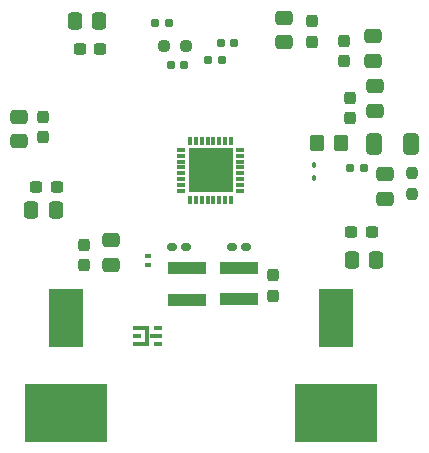
<source format=gbr>
%TF.GenerationSoftware,KiCad,Pcbnew,(6.0.9)*%
%TF.CreationDate,2023-11-09T09:33:38+01:00*%
%TF.ProjectId,LO_daughter,4c4f5f64-6175-4676-9874-65722e6b6963,rev?*%
%TF.SameCoordinates,Original*%
%TF.FileFunction,Paste,Top*%
%TF.FilePolarity,Positive*%
%FSLAX46Y46*%
G04 Gerber Fmt 4.6, Leading zero omitted, Abs format (unit mm)*
G04 Created by KiCad (PCBNEW (6.0.9)) date 2023-11-09 09:33:38*
%MOMM*%
%LPD*%
G01*
G04 APERTURE LIST*
G04 Aperture macros list*
%AMRoundRect*
0 Rectangle with rounded corners*
0 $1 Rounding radius*
0 $2 $3 $4 $5 $6 $7 $8 $9 X,Y pos of 4 corners*
0 Add a 4 corners polygon primitive as box body*
4,1,4,$2,$3,$4,$5,$6,$7,$8,$9,$2,$3,0*
0 Add four circle primitives for the rounded corners*
1,1,$1+$1,$2,$3*
1,1,$1+$1,$4,$5*
1,1,$1+$1,$6,$7*
1,1,$1+$1,$8,$9*
0 Add four rect primitives between the rounded corners*
20,1,$1+$1,$2,$3,$4,$5,0*
20,1,$1+$1,$4,$5,$6,$7,0*
20,1,$1+$1,$6,$7,$8,$9,0*
20,1,$1+$1,$8,$9,$2,$3,0*%
G04 Aperture macros list end*
%ADD10RoundRect,0.237500X-0.237500X0.250000X-0.237500X-0.250000X0.237500X-0.250000X0.237500X0.250000X0*%
%ADD11R,1.065000X0.360000*%
%ADD12R,0.710000X0.360000*%
%ADD13R,0.410000X1.780000*%
%ADD14RoundRect,0.237500X-0.237500X0.300000X-0.237500X-0.300000X0.237500X-0.300000X0.237500X0.300000X0*%
%ADD15R,3.180000X1.040000*%
%ADD16RoundRect,0.250000X0.337500X0.475000X-0.337500X0.475000X-0.337500X-0.475000X0.337500X-0.475000X0*%
%ADD17RoundRect,0.090000X0.090000X-0.139000X0.090000X0.139000X-0.090000X0.139000X-0.090000X-0.139000X0*%
%ADD18RoundRect,0.250000X-0.337500X-0.475000X0.337500X-0.475000X0.337500X0.475000X-0.337500X0.475000X0*%
%ADD19R,3.000000X5.000000*%
%ADD20R,7.000000X5.000000*%
%ADD21RoundRect,0.160000X0.222500X0.160000X-0.222500X0.160000X-0.222500X-0.160000X0.222500X-0.160000X0*%
%ADD22RoundRect,0.250000X-0.475000X0.337500X-0.475000X-0.337500X0.475000X-0.337500X0.475000X0.337500X0*%
%ADD23RoundRect,0.237500X-0.300000X-0.237500X0.300000X-0.237500X0.300000X0.237500X-0.300000X0.237500X0*%
%ADD24RoundRect,0.237500X-0.250000X-0.237500X0.250000X-0.237500X0.250000X0.237500X-0.250000X0.237500X0*%
%ADD25R,0.500000X0.400000*%
%ADD26RoundRect,0.250000X-0.412500X-0.650000X0.412500X-0.650000X0.412500X0.650000X-0.412500X0.650000X0*%
%ADD27RoundRect,0.160000X-0.222500X-0.160000X0.222500X-0.160000X0.222500X0.160000X-0.222500X0.160000X0*%
%ADD28RoundRect,0.160000X0.197500X0.160000X-0.197500X0.160000X-0.197500X-0.160000X0.197500X-0.160000X0*%
%ADD29RoundRect,0.237500X0.300000X0.237500X-0.300000X0.237500X-0.300000X-0.237500X0.300000X-0.237500X0*%
%ADD30RoundRect,0.155000X-0.212500X-0.155000X0.212500X-0.155000X0.212500X0.155000X-0.212500X0.155000X0*%
%ADD31RoundRect,0.155000X0.212500X0.155000X-0.212500X0.155000X-0.212500X-0.155000X0.212500X-0.155000X0*%
%ADD32R,0.800000X0.300000*%
%ADD33R,0.300000X0.800000*%
%ADD34R,3.750000X3.750000*%
%ADD35RoundRect,0.250000X0.475000X-0.337500X0.475000X0.337500X-0.475000X0.337500X-0.475000X-0.337500X0*%
%ADD36RoundRect,0.250000X0.350000X0.450000X-0.350000X0.450000X-0.350000X-0.450000X0.350000X-0.450000X0*%
%ADD37RoundRect,0.237500X0.237500X-0.300000X0.237500X0.300000X-0.237500X0.300000X-0.237500X-0.300000X0*%
G04 APERTURE END LIST*
D10*
%TO.C,R3*%
X170810000Y-69367500D03*
X170810000Y-71192500D03*
%TD*%
D11*
%TO.C,U2*%
X147683000Y-83880000D03*
D12*
X147505000Y-83170000D03*
D11*
X147683000Y-82460000D03*
D12*
X149335000Y-82460000D03*
D11*
X149157000Y-83170000D03*
D12*
X149335000Y-83880000D03*
D13*
X148420000Y-83170000D03*
%TD*%
D14*
%TO.C,C4*%
X139577500Y-64600000D03*
X139577500Y-66325000D03*
%TD*%
D15*
%TO.C,C26*%
X156200000Y-77390000D03*
X156200000Y-80070000D03*
%TD*%
D16*
%TO.C,C2*%
X140650000Y-72480000D03*
X138575000Y-72480000D03*
%TD*%
D17*
%TO.C,C24*%
X162520000Y-68727500D03*
X162520000Y-69760000D03*
%TD*%
D18*
%TO.C,C13*%
X142272500Y-56540000D03*
X144347500Y-56540000D03*
%TD*%
D19*
%TO.C,J3*%
X141505000Y-81670000D03*
D20*
X141505000Y-89670000D03*
%TD*%
D15*
%TO.C,C25*%
X151740000Y-77410000D03*
X151740000Y-80090000D03*
%TD*%
D18*
%TO.C,C11*%
X165732500Y-76720000D03*
X167807500Y-76720000D03*
%TD*%
D21*
%TO.C,L1*%
X151682500Y-75620000D03*
X150537500Y-75620000D03*
%TD*%
D22*
%TO.C,C3*%
X145380000Y-75062500D03*
X145380000Y-77137500D03*
%TD*%
D23*
%TO.C,C14*%
X142687500Y-58850000D03*
X144412500Y-58850000D03*
%TD*%
D24*
%TO.C,R1*%
X149837500Y-58610000D03*
X151662500Y-58610000D03*
%TD*%
D22*
%TO.C,C1*%
X137537500Y-64595000D03*
X137537500Y-66670000D03*
%TD*%
D14*
%TO.C,C6*%
X143030000Y-75475000D03*
X143030000Y-77200000D03*
%TD*%
D25*
%TO.C,FB1*%
X148440000Y-77170000D03*
X148440000Y-76370000D03*
%TD*%
D26*
%TO.C,C21*%
X167647500Y-66960000D03*
X170772500Y-66960000D03*
%TD*%
D27*
%TO.C,L2*%
X155607500Y-75650000D03*
X156752500Y-75650000D03*
%TD*%
D28*
%TO.C,R4*%
X166777500Y-68970000D03*
X165582500Y-68970000D03*
%TD*%
D29*
%TO.C,C5*%
X140745000Y-70520000D03*
X139020000Y-70520000D03*
%TD*%
D14*
%TO.C,C19*%
X165590000Y-62997500D03*
X165590000Y-64722500D03*
%TD*%
D22*
%TO.C,C16*%
X160020000Y-56252500D03*
X160020000Y-58327500D03*
%TD*%
D14*
%TO.C,C20*%
X159100000Y-78037500D03*
X159100000Y-79762500D03*
%TD*%
D19*
%TO.C,J4*%
X164365000Y-81670000D03*
D20*
X164365000Y-89670000D03*
%TD*%
D23*
%TO.C,C12*%
X165687500Y-74390000D03*
X167412500Y-74390000D03*
%TD*%
D30*
%TO.C,C7*%
X149082500Y-56690000D03*
X150217500Y-56690000D03*
%TD*%
D31*
%TO.C,C8*%
X155777500Y-58400000D03*
X154642500Y-58400000D03*
%TD*%
D32*
%TO.C,U1*%
X151270000Y-67410000D03*
X151270000Y-67910000D03*
X151270000Y-68410000D03*
X151270000Y-68910000D03*
X151270000Y-69410000D03*
X151270000Y-69910000D03*
X151270000Y-70410000D03*
X151270000Y-70910000D03*
D33*
X152020000Y-71660000D03*
X152520000Y-71660000D03*
X153020000Y-71660000D03*
X153520000Y-71660000D03*
X154020000Y-71660000D03*
X154520000Y-71660000D03*
X155020000Y-71660000D03*
X155520000Y-71660000D03*
D32*
X156270000Y-70910000D03*
X156270000Y-70410000D03*
X156270000Y-69910000D03*
X156270000Y-69410000D03*
X156270000Y-68910000D03*
X156270000Y-68410000D03*
X156270000Y-67910000D03*
X156270000Y-67410000D03*
D33*
X155520000Y-66660000D03*
X155020000Y-66660000D03*
X154520000Y-66660000D03*
X154020000Y-66660000D03*
X153520000Y-66660000D03*
X153020000Y-66660000D03*
X152520000Y-66660000D03*
X152020000Y-66660000D03*
D34*
X153770000Y-69160000D03*
%TD*%
D30*
%TO.C,C10*%
X153582500Y-59830000D03*
X154717500Y-59830000D03*
%TD*%
D35*
%TO.C,C22*%
X167540000Y-59857500D03*
X167540000Y-57782500D03*
%TD*%
D14*
%TO.C,C18*%
X162350000Y-56537500D03*
X162350000Y-58262500D03*
%TD*%
D22*
%TO.C,C17*%
X168580000Y-69482500D03*
X168580000Y-71557500D03*
%TD*%
%TO.C,C15*%
X167730000Y-62042500D03*
X167730000Y-64117500D03*
%TD*%
D36*
%TO.C,R2*%
X164780000Y-66870000D03*
X162780000Y-66870000D03*
%TD*%
D37*
%TO.C,C23*%
X165112500Y-59892500D03*
X165112500Y-58167500D03*
%TD*%
D30*
%TO.C,C9*%
X150392500Y-60260000D03*
X151527500Y-60260000D03*
%TD*%
M02*

</source>
